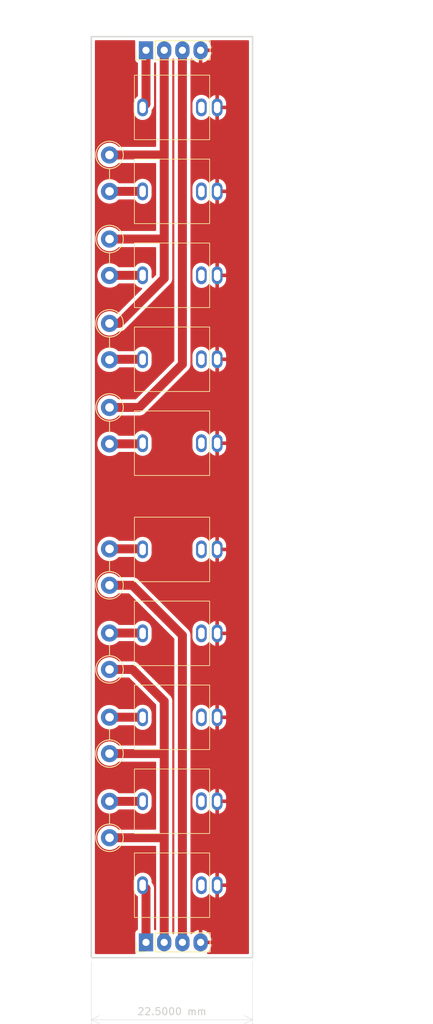
<source format=kicad_pcb>
(kicad_pcb (version 20221018) (generator pcbnew)
  (layers (0 "F.Cu" signal) (31 "B.Cu" signal) (34 "B.Paste" user) (35 "F.Paste" user) (36 "B.SilkS" user "B.Silkscreen") (37 "F.SilkS" user "F.Silkscreen") (38 "B.Mask" user) (39 "F.Mask" user) (44 "Edge.Cuts" user))
  (net 0 "")
  (net 1 "GND")
  (net 3 "IN A")
  (net 5 "Net-(J3-T)")
  (net 7 "Net-(J4-T)")
  (net 9 "Net-(J5-T)")
  (net 11 "Net-(J6-T)")
  (net 13 "IN B")
  (net 15 "Net-(J8-T)")
  (net 17 "Net-(J9-T)")
  (net 19 "Net-(J10-T)")
  (net 20 "OUT A")
  (net 21 "INV_OUT A")
  (net 23 "Net-(J11-T)")
  (net 24 "OUT B")
  (net 25 "INV_OUT B")
  (footprint "My_Library:Connector 3.5mm Mono Switched" (layer "F.Cu") (at 83.82 58.702222 90)
    (fp_text reference "J4" hide)
    (fp_text value "3.5mm_Switched_Mono_Jack" hide)
    (fp_rect (start -4.5 -14.31) (end 4.5 -3.81) (stroke (width 0.1)) (fill none) (layer "F.SilkS"))
    (pad "1" thru_hole oval (at 0 -2.76 180) (size 1.5 2.5) (drill oval 0.9 1.6) (layers "*.Cu" "*.Mask") (net 1 "GND"))
    (pad "2" thru_hole oval (at 0 -4.96 180) (size 1.5 2.5) (drill oval 0.9 1.6) (layers "*.Cu" "*.Mask"))
    (pad "3" thru_hole oval (at 0 -13.16 180) (size 1.5 2.5) (drill oval 0.9 1.6) (layers "*.Cu" "*.Mask") (net 7 "Net-(J4-T)"))
  )
  (footprint "Resistor_THT:R_Axial_DIN0411_L9.9mm_D3.6mm_P5.08mm_Vertical" (layer "F.Cu") (at 66.04 65.405 -90)
    (fp_text reference "R7" hide)
    (fp_text value "1k" hide)
    (fp_line (start 1.92 0) (end 3.58 0) (stroke (width 0.12)) (layer "F.SilkS"))
    (fp_circle (center 0 0) (end 1.92 0) (stroke (width 0.12)) (fill none) (layer "F.SilkS"))
    (pad "1" thru_hole circle (at 0 0 270) (size 2.4 2.4) (drill 1.2) (layers "*.Cu" "*.Mask") (net 20 "OUT A"))
    (pad "2" thru_hole oval (at 5.08 0 270) (size 2.4 2.4) (drill 1.2) (layers "*.Cu" "*.Mask") (net 9 "Net-(J5-T)"))
  )
  (footprint "My_Library:Connector 3.5mm Mono Switched" (layer "F.Cu") (at 83.82 35.277778 90)
    (fp_text reference "J2" hide)
    (fp_text value "3.5mm_Switched_Mono_Jack" hide)
    (fp_rect (start -4.5 -14.31) (end 4.5 -3.81) (stroke (width 0.1)) (fill none) (layer "F.SilkS"))
    (pad "1" thru_hole oval (at 0 -2.76 180) (size 1.5 2.5) (drill oval 0.9 1.6) (layers "*.Cu" "*.Mask") (net 1 "GND"))
    (pad "2" thru_hole oval (at 0 -4.96 180) (size 1.5 2.5) (drill oval 0.9 1.6) (layers "*.Cu" "*.Mask"))
    (pad "3" thru_hole oval (at 0 -13.16 180) (size 1.5 2.5) (drill oval 0.9 1.6) (layers "*.Cu" "*.Mask") (net 3 "IN A"))
  )
  (footprint "Resistor_THT:R_Axial_DIN0411_L9.9mm_D3.6mm_P5.08mm_Vertical" (layer "F.Cu") (at 66.04 113.688334 90)
    (fp_text reference "R11" hide)
    (fp_text value "1k" hide)
    (fp_line (start 1.92 0) (end 3.58 0) (stroke (width 0.12)) (layer "F.SilkS"))
    (fp_circle (center 0 0) (end 1.92 0) (stroke (width 0.12)) (fill none) (layer "F.SilkS"))
    (pad "1" thru_hole circle (at 0 0 90) (size 2.4 2.4) (drill 1.2) (layers "*.Cu" "*.Mask") (net 24 "OUT B"))
    (pad "2" thru_hole oval (at 5.08 0 90) (size 2.4 2.4) (drill 1.2) (layers "*.Cu" "*.Mask") (net 15 "Net-(J8-T)"))
  )
  (footprint "Resistor_THT:R_Axial_DIN0411_L9.9mm_D3.6mm_P5.08mm_Vertical" (layer "F.Cu") (at 66.04 41.91 -90)
    (fp_text reference "R5" hide)
    (fp_text value "1k" hide)
    (fp_line (start 1.92 0) (end 3.58 0) (stroke (width 0.12)) (layer "F.SilkS"))
    (fp_circle (center 0 0) (end 1.92 0) (stroke (width 0.12)) (fill none) (layer "F.SilkS"))
    (pad "1" thru_hole circle (at 0 0 270) (size 2.4 2.4) (drill 1.2) (layers "*.Cu" "*.Mask") (net 20 "OUT A"))
    (pad "2" thru_hole oval (at 5.08 0 270) (size 2.4 2.4) (drill 1.2) (layers "*.Cu" "*.Mask") (net 5 "Net-(J3-T)"))
  )
  (footprint "My_Library:Connector 3.5mm Mono Switched" (layer "F.Cu") (at 83.82 96.943334 90)
    (fp_text reference "J11" hide)
    (fp_text value "3.5mm_Switched_Mono_Jack" hide)
    (fp_rect (start -4.5 -14.31) (end 4.5 -3.81) (stroke (width 0.1)) (fill none) (layer "F.SilkS"))
    (pad "1" thru_hole oval (at 0 -2.76 180) (size 1.5 2.5) (drill oval 0.9 1.6) (layers "*.Cu" "*.Mask") (net 1 "GND"))
    (pad "2" thru_hole oval (at 0 -4.96 180) (size 1.5 2.5) (drill oval 0.9 1.6) (layers "*.Cu" "*.Mask"))
    (pad "3" thru_hole oval (at 0 -13.16 180) (size 1.5 2.5) (drill oval 0.9 1.6) (layers "*.Cu" "*.Mask") (net 23 "Net-(J11-T)"))
  )
  (footprint "My_Library_BigPads:PinHeader_1x04_P2.54mm_Vertical" (layer "F.Cu") (at 71.13 27.305 90)
    (fp_text reference "J12" hide)
    (fp_text value "Conn_01x03_Pin" hide)
    (fp_line (start -1.33 -1.33) (end 0 -1.33) (stroke (width 0.12)) (layer "F.SilkS"))
    (fp_line (start -1.33 0) (end -1.33 -1.33) (stroke (width 0.12)) (layer "F.SilkS"))
    (fp_line (start -1.33 1.27) (end -1.33 8.95) (stroke (width 0.12)) (layer "F.SilkS"))
    (fp_line (start -1.33 1.27) (end 1.33 1.27) (stroke (width 0.12)) (layer "F.SilkS"))
    (fp_line (start -1.33 8.95) (end 1.33 8.95) (stroke (width 0.12)) (layer "F.SilkS"))
    (fp_line (start 1.33 1.27) (end 1.33 8.95) (stroke (width 0.12)) (layer "F.SilkS"))
    (pad "1" thru_hole rect (at 0 0 90) (size 2.5 2) (drill 1) (layers "*.Cu" "*.Mask") (net 3 "IN A"))
    (pad "2" thru_hole oval (at 0 2.54 90) (size 2.5 2) (drill 1) (layers "*.Cu" "*.Mask") (net 20 "OUT A"))
    (pad "3" thru_hole oval (at 0 5.08 90) (size 2.5 2) (drill 1) (layers "*.Cu" "*.Mask") (net 21 "INV_OUT A"))
    (pad "4" thru_hole oval (at 0 7.62 90) (size 2.5 2) (drill 1) (layers "*.Cu" "*.Mask") (net 1 "GND"))
  )
  (footprint "My_Library_BigPads:PinHeader_1x04_P2.54mm_Vertical" (layer "F.Cu") (at 71.13 151.765 90)
    (fp_text reference "J13" hide)
    (fp_text value "Conn_01x04_Pin" hide)
    (fp_line (start -1.33 -1.33) (end 0 -1.33) (stroke (width 0.12)) (layer "F.SilkS"))
    (fp_line (start -1.33 0) (end -1.33 -1.33) (stroke (width 0.12)) (layer "F.SilkS"))
    (fp_line (start -1.33 1.27) (end -1.33 8.95) (stroke (width 0.12)) (layer "F.SilkS"))
    (fp_line (start -1.33 1.27) (end 1.33 1.27) (stroke (width 0.12)) (layer "F.SilkS"))
    (fp_line (start -1.33 8.95) (end 1.33 8.95) (stroke (width 0.12)) (layer "F.SilkS"))
    (fp_line (start 1.33 1.27) (end 1.33 8.95) (stroke (width 0.12)) (layer "F.SilkS"))
    (pad "1" thru_hole rect (at 0 0 90) (size 2.5 2) (drill 1) (layers "*.Cu" "*.Mask") (net 13 "IN B"))
    (pad "2" thru_hole oval (at 0 2.54 90) (size 2.5 2) (drill 1) (layers "*.Cu" "*.Mask") (net 24 "OUT B"))
    (pad "3" thru_hole oval (at 0 5.08 90) (size 2.5 2) (drill 1) (layers "*.Cu" "*.Mask") (net 25 "INV_OUT B"))
    (pad "4" thru_hole oval (at 0 7.62 90) (size 2.5 2) (drill 1) (layers "*.Cu" "*.Mask") (net 1 "GND"))
  )
  (footprint "My_Library:Connector 3.5mm Mono Switched" (layer "F.Cu") (at 83.82 82.126666 90)
    (fp_text reference "J6" hide)
    (fp_text value "3.5mm_Switched_Mono_Jack" hide)
    (fp_rect (start -4.5 -14.31) (end 4.5 -3.81) (stroke (width 0.1)) (fill none) (layer "F.SilkS"))
    (pad "1" thru_hole oval (at 0 -2.76 180) (size 1.5 2.5) (drill oval 0.9 1.6) (layers "*.Cu" "*.Mask") (net 1 "GND"))
    (pad "2" thru_hole oval (at 0 -4.96 180) (size 1.5 2.5) (drill oval 0.9 1.6) (layers "*.Cu" "*.Mask"))
    (pad "3" thru_hole oval (at 0 -13.16 180) (size 1.5 2.5) (drill oval 0.9 1.6) (layers "*.Cu" "*.Mask") (net 11 "Net-(J6-T)"))
  )
  (footprint "My_Library:Connector 3.5mm Mono Switched" (layer "F.Cu") (at 83.82 46.99 90)
    (fp_text reference "J3" hide)
    (fp_text value "3.5mm_Switched_Mono_Jack" hide)
    (fp_rect (start -4.5 -14.31) (end 4.5 -3.81) (stroke (width 0.1)) (fill none) (layer "F.SilkS"))
    (pad "1" thru_hole oval (at 0 -2.76 180) (size 1.5 2.5) (drill oval 0.9 1.6) (layers "*.Cu" "*.Mask") (net 1 "GND"))
    (pad "2" thru_hole oval (at 0 -4.96 180) (size 1.5 2.5) (drill oval 0.9 1.6) (layers "*.Cu" "*.Mask"))
    (pad "3" thru_hole oval (at 0 -13.16 180) (size 1.5 2.5) (drill oval 0.9 1.6) (layers "*.Cu" "*.Mask") (net 5 "Net-(J3-T)"))
  )
  (footprint "My_Library:Connector 3.5mm Mono Switched" (layer "F.Cu") (at 83.82 108.655556 90)
    (fp_text reference "J8" hide)
    (fp_text value "3.5mm_Switched_Mono_Jack" hide)
    (fp_rect (start -4.5 -14.31) (end 4.5 -3.81) (stroke (width 0.1)) (fill none) (layer "F.SilkS"))
    (pad "1" thru_hole oval (at 0 -2.76 180) (size 1.5 2.5) (drill oval 0.9 1.6) (layers "*.Cu" "*.Mask") (net 1 "GND"))
    (pad "2" thru_hole oval (at 0 -4.96 180) (size 1.5 2.5) (drill oval 0.9 1.6) (layers "*.Cu" "*.Mask"))
    (pad "3" thru_hole oval (at 0 -13.16 180) (size 1.5 2.5) (drill oval 0.9 1.6) (layers "*.Cu" "*.Mask") (net 15 "Net-(J8-T)"))
  )
  (footprint "Resistor_THT:R_Axial_DIN0411_L9.9mm_D3.6mm_P5.08mm_Vertical" (layer "F.Cu") (at 66.04 53.64 -90)
    (fp_text reference "R6" hide)
    (fp_text value "1k" hide)
    (fp_line (start 1.92 0) (end 3.58 0) (stroke (width 0.12)) (layer "F.SilkS"))
    (fp_circle (center 0 0) (end 1.92 0) (stroke (width 0.12)) (fill none) (layer "F.SilkS"))
    (pad "1" thru_hole circle (at 0 0 270) (size 2.4 2.4) (drill 1.2) (layers "*.Cu" "*.Mask") (net 20 "OUT A"))
    (pad "2" thru_hole oval (at 5.08 0 270) (size 2.4 2.4) (drill 1.2) (layers "*.Cu" "*.Mask") (net 7 "Net-(J4-T)"))
  )
  (footprint "My_Library:Connector 3.5mm Mono Switched" (layer "F.Cu") (at 83.82 120.367778 90)
    (fp_text reference "J9" hide)
    (fp_text value "3.5mm_Switched_Mono_Jack" hide)
    (fp_rect (start -4.5 -14.31) (end 4.5 -3.81) (stroke (width 0.1)) (fill none) (layer "F.SilkS"))
    (pad "1" thru_hole oval (at 0 -2.76 180) (size 1.5 2.5) (drill oval 0.9 1.6) (layers "*.Cu" "*.Mask") (net 1 "GND"))
    (pad "2" thru_hole oval (at 0 -4.96 180) (size 1.5 2.5) (drill oval 0.9 1.6) (layers "*.Cu" "*.Mask"))
    (pad "3" thru_hole oval (at 0 -13.16 180) (size 1.5 2.5) (drill oval 0.9 1.6) (layers "*.Cu" "*.Mask") (net 17 "Net-(J9-T)"))
  )
  (footprint "My_Library:Connector 3.5mm Mono Switched" (layer "F.Cu") (at 83.82 143.792224 90)
    (fp_text reference "J7" hide)
    (fp_text value "3.5mm_Switched_Mono_Jack" hide)
    (fp_rect (start -4.5 -14.31) (end 4.5 -3.81) (stroke (width 0.1)) (fill none) (layer "F.SilkS"))
    (pad "1" thru_hole oval (at 0 -2.76 180) (size 1.5 2.5) (drill oval 0.9 1.6) (layers "*.Cu" "*.Mask") (net 1 "GND"))
    (pad "2" thru_hole oval (at 0 -4.96 180) (size 1.5 2.5) (drill oval 0.9 1.6) (layers "*.Cu" "*.Mask"))
    (pad "3" thru_hole oval (at 0 -13.16 180) (size 1.5 2.5) (drill oval 0.9 1.6) (layers "*.Cu" "*.Mask") (net 13 "IN B"))
  )
  (footprint "Resistor_THT:R_Axial_DIN0411_L9.9mm_D3.6mm_P5.08mm_Vertical" (layer "F.Cu") (at 66.04 101.946668 90)
    (fp_text reference "R14" hide)
    (fp_text value "1k" hide)
    (fp_line (start 1.92 0) (end 3.58 0) (stroke (width 0.12)) (layer "F.SilkS"))
    (fp_circle (center 0 0) (end 1.92 0) (stroke (width 0.12)) (fill none) (layer "F.SilkS"))
    (pad "1" thru_hole circle (at 0 0 90) (size 2.4 2.4) (drill 1.2) (layers "*.Cu" "*.Mask") (net 25 "INV_OUT B"))
    (pad "2" thru_hole oval (at 5.08 0 90) (size 2.4 2.4) (drill 1.2) (layers "*.Cu" "*.Mask") (net 23 "Net-(J11-T)"))
  )
  (footprint "My_Library:Connector 3.5mm Mono Switched" (layer "F.Cu") (at 83.82 132.08 90)
    (fp_text reference "J10" hide)
    (fp_text value "3.5mm_Switched_Mono_Jack" hide)
    (fp_rect (start -4.5 -14.31) (end 4.5 -3.81) (stroke (width 0.1)) (fill none) (layer "F.SilkS"))
    (pad "1" thru_hole oval (at 0 -2.76 180) (size 1.5 2.5) (drill oval 0.9 1.6) (layers "*.Cu" "*.Mask") (net 1 "GND"))
    (pad "2" thru_hole oval (at 0 -4.96 180) (size 1.5 2.5) (drill oval 0.9 1.6) (layers "*.Cu" "*.Mask"))
    (pad "3" thru_hole oval (at 0 -13.16 180) (size 1.5 2.5) (drill oval 0.9 1.6) (layers "*.Cu" "*.Mask") (net 19 "Net-(J10-T)"))
  )
  (footprint "Resistor_THT:R_Axial_DIN0411_L9.9mm_D3.6mm_P5.08mm_Vertical" (layer "F.Cu") (at 66.04 77.135 -90)
    (fp_text reference "R8" hide)
    (fp_text value "1k" hide)
    (fp_line (start 1.92 0) (end 3.58 0) (stroke (width 0.12)) (layer "F.SilkS"))
    (fp_circle (center 0 0) (end 1.92 0) (stroke (width 0.12)) (fill none) (layer "F.SilkS"))
    (pad "1" thru_hole circle (at 0 0 270) (size 2.4 2.4) (drill 1.2) (layers "*.Cu" "*.Mask") (net 21 "INV_OUT A"))
    (pad "2" thru_hole oval (at 5.08 0 270) (size 2.4 2.4) (drill 1.2) (layers "*.Cu" "*.Mask") (net 11 "Net-(J6-T)"))
  )
  (footprint "Resistor_THT:R_Axial_DIN0411_L9.9mm_D3.6mm_P5.08mm_Vertical" (layer "F.Cu") (at 66.04 125.43 90)
    (fp_text reference "R12" hide)
    (fp_text value "1k" hide)
    (fp_line (start 1.92 0) (end 3.58 0) (stroke (width 0.12)) (layer "F.SilkS"))
    (fp_circle (center 0 0) (end 1.92 0) (stroke (width 0.12)) (fill none) (layer "F.SilkS"))
    (pad "1" thru_hole circle (at 0 0 90) (size 2.4 2.4) (drill 1.2) (layers "*.Cu" "*.Mask") (net 24 "OUT B"))
    (pad "2" thru_hole oval (at 5.08 0 90) (size 2.4 2.4) (drill 1.2) (layers "*.Cu" "*.Mask") (net 17 "Net-(J9-T)"))
  )
  (footprint "Resistor_THT:R_Axial_DIN0411_L9.9mm_D3.6mm_P5.08mm_Vertical" (layer "F.Cu") (at 66.04 137.171668 90)
    (fp_text reference "R13" hide)
    (fp_text value "1k" hide)
    (fp_line (start 1.92 0) (end 3.58 0) (stroke (width 0.12)) (layer "F.SilkS"))
    (fp_circle (center 0 0) (end 1.92 0) (stroke (width 0.12)) (fill none) (layer "F.SilkS"))
    (pad "1" thru_hole circle (at 0 0 90) (size 2.4 2.4) (drill 1.2) (layers "*.Cu" "*.Mask") (net 24 "OUT B"))
    (pad "2" thru_hole oval (at 5.08 0 90) (size 2.4 2.4) (drill 1.2) (layers "*.Cu" "*.Mask") (net 19 "Net-(J10-T)"))
  )
  (footprint "My_Library:Connector 3.5mm Mono Switched" (layer "F.Cu") (at 83.82 70.414444 90)
    (fp_text reference "J5" hide)
    (fp_text value "3.5mm_Switched_Mono_Jack" hide)
    (fp_rect (start -4.5 -14.31) (end 4.5 -3.81) (stroke (width 0.1)) (fill none) (layer "F.SilkS"))
    (pad "1" thru_hole oval (at 0 -2.76 180) (size 1.5 2.5) (drill oval 0.9 1.6) (layers "*.Cu" "*.Mask") (net 1 "GND"))
    (pad "2" thru_hole oval (at 0 -4.96 180) (size 1.5 2.5) (drill oval 0.9 1.6) (layers "*.Cu" "*.Mask"))
    (pad "3" thru_hole oval (at 0 -13.16 180) (size 1.5 2.5) (drill oval 0.9 1.6) (layers "*.Cu" "*.Mask") (net 9 "Net-(J5-T)"))
  )
  (gr_rect locked (start 63.5 25.4) (end 86 153.9) (stroke (width 0.2)) (fill none) (layer "Edge.Cuts"))
  (dimension (type aligned) (layer "Edge.Cuts") (pts (xy 86 153.9) (xy 63.5 153.9)) (height -8.66) (gr_text "22.5000 mm" (at 74.75 161.41) (layer "Edge.Cuts") (effects (font (size 1 1) (thickness 0.15)))) (format (prefix "") (suffix "") (units 3) (units_format 1) (precision 4)) (style (thickness 0.05) (arrow_length 1.27) (text_position_mode 0) (extension_height 0.58642) (extension_offset 0.5) keep_text_aligned))
  (segment (start 71.13 27.305) (end 71.13 34.807778) (width 1.25) (layer "F.Cu") (net 3))
  (segment (start 71.13 34.807778) (end 70.66 35.277778) (width 1.25) (layer "F.Cu") (net 3))
  (segment (start 66.04 46.99) (end 70.66 46.99) (width 1.25) (layer "F.Cu") (net 5))
  (segment (start 66.057778 58.702222) (end 66.04 58.72) (width 1.25) (layer "F.Cu") (net 7))
  (segment (start 70.66 58.702222) (end 66.057778 58.702222) (width 1.25) (layer "F.Cu") (net 7))
  (segment (start 66.110556 70.414444) (end 66.04 70.485) (width 1.25) (layer "F.Cu") (net 9))
  (segment (start 70.66 70.414444) (end 66.110556 70.414444) (width 1.25) (layer "F.Cu") (net 9))
  (segment (start 70.571666 82.215) (end 70.66 82.126666) (width 1.25) (layer "F.Cu") (net 11))
  (segment (start 66.04 82.215) (end 70.571666 82.215) (width 1.25) (layer "F.Cu") (net 11))
  (segment (start 71.13 151.765) (end 71.13 144.262224) (width 1.25) (layer "F.Cu") (net 13))
  (segment (start 71.13 144.262224) (end 70.66 143.792224) (width 1.25) (layer "F.Cu") (net 13))
  (segment (start 70.612778 108.608334) (end 70.66 108.655556) (width 1.25) (layer "F.Cu") (net 15))
  (segment (start 66.04 108.608334) (end 70.612778 108.608334) (width 1.25) (layer "F.Cu") (net 15))
  (segment (start 66.04 120.35) (end 70.642222 120.35) (width 1.25) (layer "F.Cu") (net 17))
  (segment (start 70.642222 120.35) (end 70.66 120.367778) (width 1.25) (layer "F.Cu") (net 17))
  (segment (start 70.648332 132.091668) (end 70.66 132.08) (width 1.25) (layer "F.Cu") (net 19))
  (segment (start 66.04 132.091668) (end 70.648332 132.091668) (width 1.25) (layer "F.Cu") (net 19))
  (segment (start 73.67 59.124634) (end 67.389634 65.405) (width 1.25) (layer "F.Cu") (net 20))
  (segment (start 66.04 41.91) (end 73.67 41.91) (width 1.25) (layer "F.Cu") (net 20))
  (segment (start 73.67 41.91) (end 73.67 53.34) (width 1.25) (layer "F.Cu") (net 20))
  (segment (start 66.04 65.405) (end 67.389634 65.405) (width 1.25) (layer "F.Cu") (net 20))
  (segment (start 73.37 53.64) (end 73.67 53.34) (width 1.25) (layer "F.Cu") (net 20))
  (segment (start 73.67 27.305) (end 73.67 41.91) (width 1.25) (layer "F.Cu") (net 20))
  (segment (start 73.67 53.34) (end 73.67 59.124634) (width 1.25) (layer "F.Cu") (net 20))
  (segment (start 66.04 53.64) (end 73.37 53.64) (width 1.25) (layer "F.Cu") (net 20))
  (segment (start 66.04 65.405) (end 66.04 65.07) (width 1.25) (layer "F.Cu") (net 20))
  (segment (start 76.21 71.11) (end 76.21 27.305) (width 1.25) (layer "F.Cu") (net 21))
  (segment (start 66.04 77.135) (end 70.185 77.135) (width 1.25) (layer "F.Cu") (net 21))
  (segment (start 66.34 76.835) (end 66.04 77.135) (width 1.25) (layer "F.Cu") (net 21))
  (segment (start 70.185 77.135) (end 76.21 71.11) (width 1.25) (layer "F.Cu") (net 21))
  (segment (start 66.04 96.866668) (end 70.583334 96.866668) (width 1.25) (layer "F.Cu") (net 23))
  (segment (start 70.583334 96.866668) (end 70.66 96.943334) (width 1.25) (layer "F.Cu") (net 23))
  (segment (start 66.04 137.171668) (end 73.658332 137.171668) (width 1.25) (layer "F.Cu") (net 24))
  (segment (start 73.658332 137.171668) (end 73.67 137.16) (width 1.25) (layer "F.Cu") (net 24))
  (segment (start 73.67 125.73) (end 73.67 137.16) (width 1.25) (layer "F.Cu") (net 24))
  (segment (start 73.67 118.12) (end 73.67 125.73) (width 1.25) (layer "F.Cu") (net 24))
  (segment (start 73.37 125.43) (end 73.67 125.73) (width 1.25) (layer "F.Cu") (net 24))
  (segment (start 73.67 137.16) (end 73.67 151.765) (width 1.25) (layer "F.Cu") (net 24))
  (segment (start 66.04 125.43) (end 73.37 125.43) (width 1.25) (layer "F.Cu") (net 24))
  (segment (start 69.238334 113.688334) (end 73.67 118.12) (width 1.25) (layer "F.Cu") (net 24))
  (segment (start 66.04 113.688334) (end 69.238334 113.688334) (width 1.25) (layer "F.Cu") (net 24))
  (segment (start 76.21 151.765) (end 76.21 108.930226) (width 1.25) (layer "F.Cu") (net 25))
  (segment (start 76.21 108.930226) (end 69.226442 101.946668) (width 1.25) (layer "F.Cu") (net 25))
  (segment (start 69.226442 101.946668) (end 66.04 101.946668) (width 1.25) (layer "F.Cu") (net 25))
  (zone (net 1) (net_name "GND") (layer "F.Cu") (connect_pads (clearance 0.5)) (min_thickness 0.25) (fill yes (thermal_gap 0.5) (thermal_bridge_width 0.5))
    (polygon (pts (xy 86.36 25.4) (xy 86.36 154.305) (xy 62.865 154.305) (xy 62.865 25.4)))
  )
)
</source>
